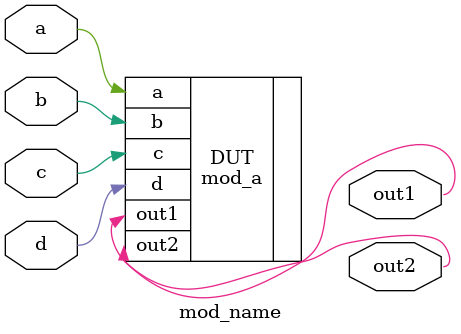
<source format=sv>
module mod_name (
	input 	a, b, c, d,
	output	out1, out2
);

	// 代码量预计1行
	mod_a DUT(.a(a), .b(b), .c(c), .d(d), .out1(out1), .out2(out2));

endmodule

</source>
